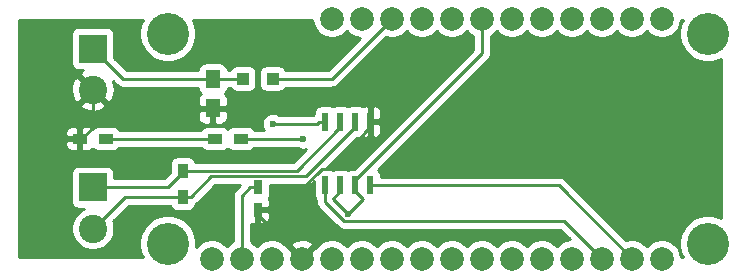
<source format=gtl>
G04 #@! TF.GenerationSoftware,KiCad,Pcbnew,(5.1.2-1)-1*
G04 #@! TF.CreationDate,2019-08-29T10:38:32+12:00*
G04 #@! TF.ProjectId,ModbusRTUFeather,4d6f6462-7573-4525-9455-466561746865,rev?*
G04 #@! TF.SameCoordinates,Original*
G04 #@! TF.FileFunction,Copper,L1,Top*
G04 #@! TF.FilePolarity,Positive*
%FSLAX46Y46*%
G04 Gerber Fmt 4.6, Leading zero omitted, Abs format (unit mm)*
G04 Created by KiCad (PCBNEW (5.1.2-1)-1) date 2019-08-29 10:38:32*
%MOMM*%
%LPD*%
G04 APERTURE LIST*
%ADD10C,2.000000*%
%ADD11C,3.556000*%
%ADD12R,0.750000X1.200000*%
%ADD13R,1.250000X1.500000*%
%ADD14R,1.000000X1.000000*%
%ADD15R,1.200000X0.900000*%
%ADD16R,0.900000X1.200000*%
%ADD17R,0.600000X1.550000*%
%ADD18C,2.400000*%
%ADD19R,2.400000X2.400000*%
%ADD20C,0.600000*%
%ADD21C,0.250000*%
%ADD22C,0.254000*%
G04 APERTURE END LIST*
D10*
X129451100Y-114300000D03*
X131991100Y-114300000D03*
X134531100Y-114300000D03*
X137071100Y-114300000D03*
X139611100Y-114300000D03*
X142151100Y-114300000D03*
X144691100Y-114300000D03*
X147231100Y-114300000D03*
X149771100Y-114300000D03*
X152311100Y-114300000D03*
X154851100Y-114300000D03*
X157391100Y-114300000D03*
X159931100Y-114300000D03*
X162471100Y-114300000D03*
X165011100Y-114300000D03*
X167551100Y-114300000D03*
X167551100Y-93980000D03*
X165011100Y-93980000D03*
X162471100Y-93980000D03*
X159931100Y-93980000D03*
X157391100Y-93980000D03*
X154851100Y-93980000D03*
X152311100Y-93980000D03*
X149771100Y-93980000D03*
X147231100Y-93980000D03*
X144691100Y-93980000D03*
X142151100Y-93980000D03*
X139611100Y-93980000D03*
D11*
X171450000Y-113030000D03*
X125730000Y-113030000D03*
X171450000Y-95250000D03*
X125730000Y-95250000D03*
D12*
X133350000Y-108270000D03*
X133350000Y-110170000D03*
D13*
X129540000Y-101580000D03*
X129540000Y-99080000D03*
D14*
X134600000Y-99060000D03*
X132100000Y-99060000D03*
D15*
X118280000Y-104140000D03*
X120480000Y-104140000D03*
X131910000Y-104140000D03*
X129710000Y-104140000D03*
D16*
X127000000Y-106850000D03*
X127000000Y-109050000D03*
D17*
X139065000Y-108110000D03*
X140335000Y-108110000D03*
X141605000Y-108110000D03*
X142875000Y-108110000D03*
X142875000Y-102710000D03*
X141605000Y-102710000D03*
X140335000Y-102710000D03*
X139065000Y-102710000D03*
D18*
X119380000Y-100020000D03*
D19*
X119380000Y-96520000D03*
D18*
X119380000Y-111760000D03*
D19*
X119380000Y-108260000D03*
D20*
X134620000Y-102870000D03*
X152400000Y-101600000D03*
X135890000Y-101600000D03*
X137160000Y-104140000D03*
X140970000Y-110490000D03*
D21*
X138355000Y-102870000D02*
X134620000Y-102870000D01*
X139065000Y-102710000D02*
X138515000Y-102710000D01*
X138515000Y-102710000D02*
X138355000Y-102870000D01*
X131991100Y-114300000D02*
X131991100Y-109003900D01*
X131991100Y-109003900D02*
X132725000Y-108270000D01*
X132725000Y-108270000D02*
X133350000Y-108270000D01*
X132080000Y-101600000D02*
X135890000Y-101600000D01*
X132060000Y-101580000D02*
X132080000Y-101600000D01*
X129540000Y-101580000D02*
X132060000Y-101580000D01*
X139380000Y-106680000D02*
X142875000Y-103185000D01*
X138746410Y-106680000D02*
X139380000Y-106680000D01*
X135256410Y-110170000D02*
X138746410Y-106680000D01*
X142875000Y-103185000D02*
X142875000Y-102710000D01*
X133350000Y-110170000D02*
X135256410Y-110170000D01*
X137071100Y-114300000D02*
X133350000Y-110578900D01*
X133350000Y-110578900D02*
X133350000Y-110170000D01*
X119380000Y-100020000D02*
X119380000Y-103190000D01*
X119380000Y-103190000D02*
X118430000Y-104140000D01*
X118430000Y-104140000D02*
X118280000Y-104140000D01*
X119380000Y-100020000D02*
X120940000Y-101580000D01*
X120940000Y-101580000D02*
X129540000Y-101580000D01*
X144691100Y-93980000D02*
X139611100Y-99060000D01*
X139611100Y-99060000D02*
X134600000Y-99060000D01*
X129540000Y-99080000D02*
X121940000Y-99080000D01*
X121940000Y-99080000D02*
X119380000Y-96520000D01*
X132100000Y-99060000D02*
X129560000Y-99060000D01*
X129560000Y-99060000D02*
X129540000Y-99080000D01*
X120480000Y-104140000D02*
X129710000Y-104140000D01*
X140335000Y-102710000D02*
X140335000Y-103185000D01*
X140335000Y-103185000D02*
X136670000Y-106850000D01*
X136670000Y-106850000D02*
X127700000Y-106850000D01*
X127700000Y-106850000D02*
X127000000Y-106850000D01*
X119380000Y-108260000D02*
X125740000Y-108260000D01*
X125740000Y-108260000D02*
X127000000Y-107000000D01*
X127000000Y-107000000D02*
X127000000Y-106850000D01*
X141605000Y-102710000D02*
X141605000Y-103185000D01*
X141605000Y-103185000D02*
X137445001Y-107344999D01*
X137445001Y-107344999D02*
X129405001Y-107344999D01*
X129405001Y-107344999D02*
X127700000Y-109050000D01*
X127700000Y-109050000D02*
X127000000Y-109050000D01*
X119380000Y-111760000D02*
X122090000Y-109050000D01*
X122090000Y-109050000D02*
X127000000Y-109050000D01*
X137160000Y-104140000D02*
X131910000Y-104140000D01*
X141605000Y-107635000D02*
X152311100Y-96928900D01*
X141605000Y-108110000D02*
X141605000Y-107635000D01*
X152311100Y-96928900D02*
X152311100Y-95394213D01*
X152311100Y-95394213D02*
X152311100Y-93980000D01*
X142240000Y-109220000D02*
X141605000Y-108585000D01*
X141605000Y-108585000D02*
X141605000Y-108110000D01*
X140970000Y-110490000D02*
X142240000Y-109220000D01*
X139700000Y-109220000D02*
X140970000Y-110490000D01*
X140335000Y-108585000D02*
X139700000Y-109220000D01*
X140335000Y-108110000D02*
X140335000Y-108585000D01*
X161471101Y-113300001D02*
X162471100Y-114300000D01*
X159286101Y-111115001D02*
X161471101Y-113300001D01*
X140669999Y-111115001D02*
X159286101Y-111115001D01*
X139065000Y-109510002D02*
X140669999Y-111115001D01*
X139065000Y-108110000D02*
X139065000Y-109510002D01*
X142875000Y-108110000D02*
X158821100Y-108110000D01*
X158821100Y-108110000D02*
X165011100Y-114300000D01*
D22*
G36*
X169311628Y-94107016D02*
G01*
X169129731Y-94546154D01*
X169037000Y-95012340D01*
X169037000Y-95487660D01*
X169129731Y-95953846D01*
X169311628Y-96392984D01*
X169575701Y-96788198D01*
X169911802Y-97124299D01*
X170307016Y-97388372D01*
X170746154Y-97570269D01*
X171212340Y-97663000D01*
X171687660Y-97663000D01*
X172153846Y-97570269D01*
X172592984Y-97388372D01*
X172593000Y-97388361D01*
X172593000Y-110891639D01*
X172592984Y-110891628D01*
X172153846Y-110709731D01*
X171687660Y-110617000D01*
X171212340Y-110617000D01*
X170746154Y-110709731D01*
X170307016Y-110891628D01*
X169911802Y-111155701D01*
X169575701Y-111491802D01*
X169311628Y-111887016D01*
X169129731Y-112326154D01*
X169037000Y-112792340D01*
X169037000Y-113267660D01*
X169129731Y-113733846D01*
X169311628Y-114172984D01*
X169311639Y-114173000D01*
X169186100Y-114173000D01*
X169186100Y-114138967D01*
X169123268Y-113823088D01*
X169000018Y-113525537D01*
X168821087Y-113257748D01*
X168593352Y-113030013D01*
X168325563Y-112851082D01*
X168028012Y-112727832D01*
X167712133Y-112665000D01*
X167390067Y-112665000D01*
X167074188Y-112727832D01*
X166776637Y-112851082D01*
X166508848Y-113030013D01*
X166281113Y-113257748D01*
X166281100Y-113257767D01*
X166281087Y-113257748D01*
X166053352Y-113030013D01*
X165785563Y-112851082D01*
X165488012Y-112727832D01*
X165172133Y-112665000D01*
X164850067Y-112665000D01*
X164534188Y-112727832D01*
X164519725Y-112733823D01*
X159384903Y-107599002D01*
X159361101Y-107569999D01*
X159245376Y-107475026D01*
X159113347Y-107404454D01*
X158970086Y-107360997D01*
X158858433Y-107350000D01*
X158858422Y-107350000D01*
X158821100Y-107346324D01*
X158783778Y-107350000D01*
X143813072Y-107350000D01*
X143813072Y-107335000D01*
X143800812Y-107210518D01*
X143764502Y-107090820D01*
X143705537Y-106980506D01*
X143626185Y-106883815D01*
X143529494Y-106804463D01*
X143517011Y-106797790D01*
X152822104Y-97492698D01*
X152851101Y-97468901D01*
X152946074Y-97353176D01*
X153016646Y-97221147D01*
X153060103Y-97077886D01*
X153071100Y-96966233D01*
X153071100Y-96966223D01*
X153074776Y-96928900D01*
X153071100Y-96891577D01*
X153071100Y-95434909D01*
X153085563Y-95428918D01*
X153353352Y-95249987D01*
X153581087Y-95022252D01*
X153581100Y-95022233D01*
X153581113Y-95022252D01*
X153808848Y-95249987D01*
X154076637Y-95428918D01*
X154374188Y-95552168D01*
X154690067Y-95615000D01*
X155012133Y-95615000D01*
X155328012Y-95552168D01*
X155625563Y-95428918D01*
X155893352Y-95249987D01*
X156121087Y-95022252D01*
X156121100Y-95022233D01*
X156121113Y-95022252D01*
X156348848Y-95249987D01*
X156616637Y-95428918D01*
X156914188Y-95552168D01*
X157230067Y-95615000D01*
X157552133Y-95615000D01*
X157868012Y-95552168D01*
X158165563Y-95428918D01*
X158433352Y-95249987D01*
X158661087Y-95022252D01*
X158661100Y-95022233D01*
X158661113Y-95022252D01*
X158888848Y-95249987D01*
X159156637Y-95428918D01*
X159454188Y-95552168D01*
X159770067Y-95615000D01*
X160092133Y-95615000D01*
X160408012Y-95552168D01*
X160705563Y-95428918D01*
X160973352Y-95249987D01*
X161201087Y-95022252D01*
X161201100Y-95022233D01*
X161201113Y-95022252D01*
X161428848Y-95249987D01*
X161696637Y-95428918D01*
X161994188Y-95552168D01*
X162310067Y-95615000D01*
X162632133Y-95615000D01*
X162948012Y-95552168D01*
X163245563Y-95428918D01*
X163513352Y-95249987D01*
X163741087Y-95022252D01*
X163741100Y-95022233D01*
X163741113Y-95022252D01*
X163968848Y-95249987D01*
X164236637Y-95428918D01*
X164534188Y-95552168D01*
X164850067Y-95615000D01*
X165172133Y-95615000D01*
X165488012Y-95552168D01*
X165785563Y-95428918D01*
X166053352Y-95249987D01*
X166281087Y-95022252D01*
X166281100Y-95022233D01*
X166281113Y-95022252D01*
X166508848Y-95249987D01*
X166776637Y-95428918D01*
X167074188Y-95552168D01*
X167390067Y-95615000D01*
X167712133Y-95615000D01*
X168028012Y-95552168D01*
X168325563Y-95428918D01*
X168593352Y-95249987D01*
X168821087Y-95022252D01*
X169000018Y-94754463D01*
X169123268Y-94456912D01*
X169186100Y-94141033D01*
X169186100Y-94107000D01*
X169311639Y-94107000D01*
X169311628Y-94107016D01*
X169311628Y-94107016D01*
G37*
X169311628Y-94107016D02*
X169129731Y-94546154D01*
X169037000Y-95012340D01*
X169037000Y-95487660D01*
X169129731Y-95953846D01*
X169311628Y-96392984D01*
X169575701Y-96788198D01*
X169911802Y-97124299D01*
X170307016Y-97388372D01*
X170746154Y-97570269D01*
X171212340Y-97663000D01*
X171687660Y-97663000D01*
X172153846Y-97570269D01*
X172592984Y-97388372D01*
X172593000Y-97388361D01*
X172593000Y-110891639D01*
X172592984Y-110891628D01*
X172153846Y-110709731D01*
X171687660Y-110617000D01*
X171212340Y-110617000D01*
X170746154Y-110709731D01*
X170307016Y-110891628D01*
X169911802Y-111155701D01*
X169575701Y-111491802D01*
X169311628Y-111887016D01*
X169129731Y-112326154D01*
X169037000Y-112792340D01*
X169037000Y-113267660D01*
X169129731Y-113733846D01*
X169311628Y-114172984D01*
X169311639Y-114173000D01*
X169186100Y-114173000D01*
X169186100Y-114138967D01*
X169123268Y-113823088D01*
X169000018Y-113525537D01*
X168821087Y-113257748D01*
X168593352Y-113030013D01*
X168325563Y-112851082D01*
X168028012Y-112727832D01*
X167712133Y-112665000D01*
X167390067Y-112665000D01*
X167074188Y-112727832D01*
X166776637Y-112851082D01*
X166508848Y-113030013D01*
X166281113Y-113257748D01*
X166281100Y-113257767D01*
X166281087Y-113257748D01*
X166053352Y-113030013D01*
X165785563Y-112851082D01*
X165488012Y-112727832D01*
X165172133Y-112665000D01*
X164850067Y-112665000D01*
X164534188Y-112727832D01*
X164519725Y-112733823D01*
X159384903Y-107599002D01*
X159361101Y-107569999D01*
X159245376Y-107475026D01*
X159113347Y-107404454D01*
X158970086Y-107360997D01*
X158858433Y-107350000D01*
X158858422Y-107350000D01*
X158821100Y-107346324D01*
X158783778Y-107350000D01*
X143813072Y-107350000D01*
X143813072Y-107335000D01*
X143800812Y-107210518D01*
X143764502Y-107090820D01*
X143705537Y-106980506D01*
X143626185Y-106883815D01*
X143529494Y-106804463D01*
X143517011Y-106797790D01*
X152822104Y-97492698D01*
X152851101Y-97468901D01*
X152946074Y-97353176D01*
X153016646Y-97221147D01*
X153060103Y-97077886D01*
X153071100Y-96966233D01*
X153071100Y-96966223D01*
X153074776Y-96928900D01*
X153071100Y-96891577D01*
X153071100Y-95434909D01*
X153085563Y-95428918D01*
X153353352Y-95249987D01*
X153581087Y-95022252D01*
X153581100Y-95022233D01*
X153581113Y-95022252D01*
X153808848Y-95249987D01*
X154076637Y-95428918D01*
X154374188Y-95552168D01*
X154690067Y-95615000D01*
X155012133Y-95615000D01*
X155328012Y-95552168D01*
X155625563Y-95428918D01*
X155893352Y-95249987D01*
X156121087Y-95022252D01*
X156121100Y-95022233D01*
X156121113Y-95022252D01*
X156348848Y-95249987D01*
X156616637Y-95428918D01*
X156914188Y-95552168D01*
X157230067Y-95615000D01*
X157552133Y-95615000D01*
X157868012Y-95552168D01*
X158165563Y-95428918D01*
X158433352Y-95249987D01*
X158661087Y-95022252D01*
X158661100Y-95022233D01*
X158661113Y-95022252D01*
X158888848Y-95249987D01*
X159156637Y-95428918D01*
X159454188Y-95552168D01*
X159770067Y-95615000D01*
X160092133Y-95615000D01*
X160408012Y-95552168D01*
X160705563Y-95428918D01*
X160973352Y-95249987D01*
X161201087Y-95022252D01*
X161201100Y-95022233D01*
X161201113Y-95022252D01*
X161428848Y-95249987D01*
X161696637Y-95428918D01*
X161994188Y-95552168D01*
X162310067Y-95615000D01*
X162632133Y-95615000D01*
X162948012Y-95552168D01*
X163245563Y-95428918D01*
X163513352Y-95249987D01*
X163741087Y-95022252D01*
X163741100Y-95022233D01*
X163741113Y-95022252D01*
X163968848Y-95249987D01*
X164236637Y-95428918D01*
X164534188Y-95552168D01*
X164850067Y-95615000D01*
X165172133Y-95615000D01*
X165488012Y-95552168D01*
X165785563Y-95428918D01*
X166053352Y-95249987D01*
X166281087Y-95022252D01*
X166281100Y-95022233D01*
X166281113Y-95022252D01*
X166508848Y-95249987D01*
X166776637Y-95428918D01*
X167074188Y-95552168D01*
X167390067Y-95615000D01*
X167712133Y-95615000D01*
X168028012Y-95552168D01*
X168325563Y-95428918D01*
X168593352Y-95249987D01*
X168821087Y-95022252D01*
X169000018Y-94754463D01*
X169123268Y-94456912D01*
X169186100Y-94141033D01*
X169186100Y-94107000D01*
X169311639Y-94107000D01*
X169311628Y-94107016D01*
G36*
X138126928Y-108885000D02*
G01*
X138139188Y-109009482D01*
X138175498Y-109129180D01*
X138234463Y-109239494D01*
X138305001Y-109325445D01*
X138305001Y-109472670D01*
X138301324Y-109510002D01*
X138315998Y-109658987D01*
X138359454Y-109802248D01*
X138430026Y-109934278D01*
X138501201Y-110021004D01*
X138525000Y-110050003D01*
X138553998Y-110073801D01*
X140106199Y-111626003D01*
X140129998Y-111655002D01*
X140245723Y-111749975D01*
X140377752Y-111820547D01*
X140521013Y-111864004D01*
X140632666Y-111875001D01*
X140632675Y-111875001D01*
X140669998Y-111878677D01*
X140707321Y-111875001D01*
X158971300Y-111875001D01*
X159762753Y-112666455D01*
X159454188Y-112727832D01*
X159156637Y-112851082D01*
X158888848Y-113030013D01*
X158661113Y-113257748D01*
X158661100Y-113257767D01*
X158661087Y-113257748D01*
X158433352Y-113030013D01*
X158165563Y-112851082D01*
X157868012Y-112727832D01*
X157552133Y-112665000D01*
X157230067Y-112665000D01*
X156914188Y-112727832D01*
X156616637Y-112851082D01*
X156348848Y-113030013D01*
X156121113Y-113257748D01*
X156121100Y-113257767D01*
X156121087Y-113257748D01*
X155893352Y-113030013D01*
X155625563Y-112851082D01*
X155328012Y-112727832D01*
X155012133Y-112665000D01*
X154690067Y-112665000D01*
X154374188Y-112727832D01*
X154076637Y-112851082D01*
X153808848Y-113030013D01*
X153581113Y-113257748D01*
X153581100Y-113257767D01*
X153581087Y-113257748D01*
X153353352Y-113030013D01*
X153085563Y-112851082D01*
X152788012Y-112727832D01*
X152472133Y-112665000D01*
X152150067Y-112665000D01*
X151834188Y-112727832D01*
X151536637Y-112851082D01*
X151268848Y-113030013D01*
X151041113Y-113257748D01*
X151041100Y-113257767D01*
X151041087Y-113257748D01*
X150813352Y-113030013D01*
X150545563Y-112851082D01*
X150248012Y-112727832D01*
X149932133Y-112665000D01*
X149610067Y-112665000D01*
X149294188Y-112727832D01*
X148996637Y-112851082D01*
X148728848Y-113030013D01*
X148501113Y-113257748D01*
X148501100Y-113257767D01*
X148501087Y-113257748D01*
X148273352Y-113030013D01*
X148005563Y-112851082D01*
X147708012Y-112727832D01*
X147392133Y-112665000D01*
X147070067Y-112665000D01*
X146754188Y-112727832D01*
X146456637Y-112851082D01*
X146188848Y-113030013D01*
X145961113Y-113257748D01*
X145961100Y-113257767D01*
X145961087Y-113257748D01*
X145733352Y-113030013D01*
X145465563Y-112851082D01*
X145168012Y-112727832D01*
X144852133Y-112665000D01*
X144530067Y-112665000D01*
X144214188Y-112727832D01*
X143916637Y-112851082D01*
X143648848Y-113030013D01*
X143421113Y-113257748D01*
X143421100Y-113257767D01*
X143421087Y-113257748D01*
X143193352Y-113030013D01*
X142925563Y-112851082D01*
X142628012Y-112727832D01*
X142312133Y-112665000D01*
X141990067Y-112665000D01*
X141674188Y-112727832D01*
X141376637Y-112851082D01*
X141108848Y-113030013D01*
X140881113Y-113257748D01*
X140881100Y-113257767D01*
X140881087Y-113257748D01*
X140653352Y-113030013D01*
X140385563Y-112851082D01*
X140088012Y-112727832D01*
X139772133Y-112665000D01*
X139450067Y-112665000D01*
X139134188Y-112727832D01*
X138836637Y-112851082D01*
X138568848Y-113030013D01*
X138341113Y-113257748D01*
X138268380Y-113366600D01*
X138206513Y-113344192D01*
X137377705Y-114173000D01*
X136764495Y-114173000D01*
X135935687Y-113344192D01*
X135873820Y-113366600D01*
X135801087Y-113257748D01*
X135707926Y-113164587D01*
X136115292Y-113164587D01*
X137071100Y-114120395D01*
X138026908Y-113164587D01*
X137931144Y-112900186D01*
X137641529Y-112759296D01*
X137329992Y-112677616D01*
X137008505Y-112658282D01*
X136689425Y-112702039D01*
X136385012Y-112807205D01*
X136211056Y-112900186D01*
X136115292Y-113164587D01*
X135707926Y-113164587D01*
X135573352Y-113030013D01*
X135305563Y-112851082D01*
X135008012Y-112727832D01*
X134692133Y-112665000D01*
X134370067Y-112665000D01*
X134054188Y-112727832D01*
X133756637Y-112851082D01*
X133488848Y-113030013D01*
X133261113Y-113257748D01*
X133261100Y-113257767D01*
X133261087Y-113257748D01*
X133033352Y-113030013D01*
X132765563Y-112851082D01*
X132751100Y-112845091D01*
X132751100Y-111365654D01*
X132850518Y-111395812D01*
X132975000Y-111408072D01*
X133064250Y-111405000D01*
X133223000Y-111246250D01*
X133223000Y-110297000D01*
X133477000Y-110297000D01*
X133477000Y-111246250D01*
X133635750Y-111405000D01*
X133725000Y-111408072D01*
X133849482Y-111395812D01*
X133969180Y-111359502D01*
X134079494Y-111300537D01*
X134176185Y-111221185D01*
X134255537Y-111124494D01*
X134314502Y-111014180D01*
X134350812Y-110894482D01*
X134363072Y-110770000D01*
X134360000Y-110455750D01*
X134201250Y-110297000D01*
X133477000Y-110297000D01*
X133223000Y-110297000D01*
X133203000Y-110297000D01*
X133203000Y-110043000D01*
X133223000Y-110043000D01*
X133223000Y-110023000D01*
X133477000Y-110023000D01*
X133477000Y-110043000D01*
X134201250Y-110043000D01*
X134360000Y-109884250D01*
X134363072Y-109570000D01*
X134350812Y-109445518D01*
X134314502Y-109325820D01*
X134257939Y-109220000D01*
X134314502Y-109114180D01*
X134350812Y-108994482D01*
X134363072Y-108870000D01*
X134363072Y-108104999D01*
X137407679Y-108104999D01*
X137445001Y-108108675D01*
X137482323Y-108104999D01*
X137482334Y-108104999D01*
X137593987Y-108094002D01*
X137737248Y-108050545D01*
X137869277Y-107979973D01*
X137985002Y-107885000D01*
X138008805Y-107855996D01*
X138126928Y-107737873D01*
X138126928Y-108885000D01*
X138126928Y-108885000D01*
G37*
X138126928Y-108885000D02*
X138139188Y-109009482D01*
X138175498Y-109129180D01*
X138234463Y-109239494D01*
X138305001Y-109325445D01*
X138305001Y-109472670D01*
X138301324Y-109510002D01*
X138315998Y-109658987D01*
X138359454Y-109802248D01*
X138430026Y-109934278D01*
X138501201Y-110021004D01*
X138525000Y-110050003D01*
X138553998Y-110073801D01*
X140106199Y-111626003D01*
X140129998Y-111655002D01*
X140245723Y-111749975D01*
X140377752Y-111820547D01*
X140521013Y-111864004D01*
X140632666Y-111875001D01*
X140632675Y-111875001D01*
X140669998Y-111878677D01*
X140707321Y-111875001D01*
X158971300Y-111875001D01*
X159762753Y-112666455D01*
X159454188Y-112727832D01*
X159156637Y-112851082D01*
X158888848Y-113030013D01*
X158661113Y-113257748D01*
X158661100Y-113257767D01*
X158661087Y-113257748D01*
X158433352Y-113030013D01*
X158165563Y-112851082D01*
X157868012Y-112727832D01*
X157552133Y-112665000D01*
X157230067Y-112665000D01*
X156914188Y-112727832D01*
X156616637Y-112851082D01*
X156348848Y-113030013D01*
X156121113Y-113257748D01*
X156121100Y-113257767D01*
X156121087Y-113257748D01*
X155893352Y-113030013D01*
X155625563Y-112851082D01*
X155328012Y-112727832D01*
X155012133Y-112665000D01*
X154690067Y-112665000D01*
X154374188Y-112727832D01*
X154076637Y-112851082D01*
X153808848Y-113030013D01*
X153581113Y-113257748D01*
X153581100Y-113257767D01*
X153581087Y-113257748D01*
X153353352Y-113030013D01*
X153085563Y-112851082D01*
X152788012Y-112727832D01*
X152472133Y-112665000D01*
X152150067Y-112665000D01*
X151834188Y-112727832D01*
X151536637Y-112851082D01*
X151268848Y-113030013D01*
X151041113Y-113257748D01*
X151041100Y-113257767D01*
X151041087Y-113257748D01*
X150813352Y-113030013D01*
X150545563Y-112851082D01*
X150248012Y-112727832D01*
X149932133Y-112665000D01*
X149610067Y-112665000D01*
X149294188Y-112727832D01*
X148996637Y-112851082D01*
X148728848Y-113030013D01*
X148501113Y-113257748D01*
X148501100Y-113257767D01*
X148501087Y-113257748D01*
X148273352Y-113030013D01*
X148005563Y-112851082D01*
X147708012Y-112727832D01*
X147392133Y-112665000D01*
X147070067Y-112665000D01*
X146754188Y-112727832D01*
X146456637Y-112851082D01*
X146188848Y-113030013D01*
X145961113Y-113257748D01*
X145961100Y-113257767D01*
X145961087Y-113257748D01*
X145733352Y-113030013D01*
X145465563Y-112851082D01*
X145168012Y-112727832D01*
X144852133Y-112665000D01*
X144530067Y-112665000D01*
X144214188Y-112727832D01*
X143916637Y-112851082D01*
X143648848Y-113030013D01*
X143421113Y-113257748D01*
X143421100Y-113257767D01*
X143421087Y-113257748D01*
X143193352Y-113030013D01*
X142925563Y-112851082D01*
X142628012Y-112727832D01*
X142312133Y-112665000D01*
X141990067Y-112665000D01*
X141674188Y-112727832D01*
X141376637Y-112851082D01*
X141108848Y-113030013D01*
X140881113Y-113257748D01*
X140881100Y-113257767D01*
X140881087Y-113257748D01*
X140653352Y-113030013D01*
X140385563Y-112851082D01*
X140088012Y-112727832D01*
X139772133Y-112665000D01*
X139450067Y-112665000D01*
X139134188Y-112727832D01*
X138836637Y-112851082D01*
X138568848Y-113030013D01*
X138341113Y-113257748D01*
X138268380Y-113366600D01*
X138206513Y-113344192D01*
X137377705Y-114173000D01*
X136764495Y-114173000D01*
X135935687Y-113344192D01*
X135873820Y-113366600D01*
X135801087Y-113257748D01*
X135707926Y-113164587D01*
X136115292Y-113164587D01*
X137071100Y-114120395D01*
X138026908Y-113164587D01*
X137931144Y-112900186D01*
X137641529Y-112759296D01*
X137329992Y-112677616D01*
X137008505Y-112658282D01*
X136689425Y-112702039D01*
X136385012Y-112807205D01*
X136211056Y-112900186D01*
X136115292Y-113164587D01*
X135707926Y-113164587D01*
X135573352Y-113030013D01*
X135305563Y-112851082D01*
X135008012Y-112727832D01*
X134692133Y-112665000D01*
X134370067Y-112665000D01*
X134054188Y-112727832D01*
X133756637Y-112851082D01*
X133488848Y-113030013D01*
X133261113Y-113257748D01*
X133261100Y-113257767D01*
X133261087Y-113257748D01*
X133033352Y-113030013D01*
X132765563Y-112851082D01*
X132751100Y-112845091D01*
X132751100Y-111365654D01*
X132850518Y-111395812D01*
X132975000Y-111408072D01*
X133064250Y-111405000D01*
X133223000Y-111246250D01*
X133223000Y-110297000D01*
X133477000Y-110297000D01*
X133477000Y-111246250D01*
X133635750Y-111405000D01*
X133725000Y-111408072D01*
X133849482Y-111395812D01*
X133969180Y-111359502D01*
X134079494Y-111300537D01*
X134176185Y-111221185D01*
X134255537Y-111124494D01*
X134314502Y-111014180D01*
X134350812Y-110894482D01*
X134363072Y-110770000D01*
X134360000Y-110455750D01*
X134201250Y-110297000D01*
X133477000Y-110297000D01*
X133223000Y-110297000D01*
X133203000Y-110297000D01*
X133203000Y-110043000D01*
X133223000Y-110043000D01*
X133223000Y-110023000D01*
X133477000Y-110023000D01*
X133477000Y-110043000D01*
X134201250Y-110043000D01*
X134360000Y-109884250D01*
X134363072Y-109570000D01*
X134350812Y-109445518D01*
X134314502Y-109325820D01*
X134257939Y-109220000D01*
X134314502Y-109114180D01*
X134350812Y-108994482D01*
X134363072Y-108870000D01*
X134363072Y-108104999D01*
X137407679Y-108104999D01*
X137445001Y-108108675D01*
X137482323Y-108104999D01*
X137482334Y-108104999D01*
X137593987Y-108094002D01*
X137737248Y-108050545D01*
X137869277Y-107979973D01*
X137985002Y-107885000D01*
X138008805Y-107855996D01*
X138126928Y-107737873D01*
X138126928Y-108885000D01*
G36*
X123591628Y-94107016D02*
G01*
X123409731Y-94546154D01*
X123317000Y-95012340D01*
X123317000Y-95487660D01*
X123409731Y-95953846D01*
X123591628Y-96392984D01*
X123855701Y-96788198D01*
X124191802Y-97124299D01*
X124587016Y-97388372D01*
X125026154Y-97570269D01*
X125492340Y-97663000D01*
X125967660Y-97663000D01*
X126433846Y-97570269D01*
X126872984Y-97388372D01*
X127268198Y-97124299D01*
X127604299Y-96788198D01*
X127868372Y-96392984D01*
X128050269Y-95953846D01*
X128143000Y-95487660D01*
X128143000Y-95012340D01*
X128050269Y-94546154D01*
X127868372Y-94107016D01*
X127868361Y-94107000D01*
X137976100Y-94107000D01*
X137976100Y-94141033D01*
X138038932Y-94456912D01*
X138162182Y-94754463D01*
X138341113Y-95022252D01*
X138568848Y-95249987D01*
X138836637Y-95428918D01*
X139134188Y-95552168D01*
X139450067Y-95615000D01*
X139772133Y-95615000D01*
X140088012Y-95552168D01*
X140385563Y-95428918D01*
X140653352Y-95249987D01*
X140881087Y-95022252D01*
X140881100Y-95022233D01*
X140881113Y-95022252D01*
X141108848Y-95249987D01*
X141376637Y-95428918D01*
X141674188Y-95552168D01*
X141982753Y-95613545D01*
X139296299Y-98300000D01*
X135681046Y-98300000D01*
X135630537Y-98205506D01*
X135551185Y-98108815D01*
X135454494Y-98029463D01*
X135344180Y-97970498D01*
X135224482Y-97934188D01*
X135100000Y-97921928D01*
X134100000Y-97921928D01*
X133975518Y-97934188D01*
X133855820Y-97970498D01*
X133745506Y-98029463D01*
X133648815Y-98108815D01*
X133569463Y-98205506D01*
X133510498Y-98315820D01*
X133474188Y-98435518D01*
X133461928Y-98560000D01*
X133461928Y-99560000D01*
X133474188Y-99684482D01*
X133510498Y-99804180D01*
X133569463Y-99914494D01*
X133648815Y-100011185D01*
X133745506Y-100090537D01*
X133855820Y-100149502D01*
X133975518Y-100185812D01*
X134100000Y-100198072D01*
X135100000Y-100198072D01*
X135224482Y-100185812D01*
X135344180Y-100149502D01*
X135454494Y-100090537D01*
X135551185Y-100011185D01*
X135630537Y-99914494D01*
X135681046Y-99820000D01*
X139573778Y-99820000D01*
X139611100Y-99823676D01*
X139648422Y-99820000D01*
X139648433Y-99820000D01*
X139760086Y-99809003D01*
X139903347Y-99765546D01*
X140035376Y-99694974D01*
X140151101Y-99600001D01*
X140174904Y-99570997D01*
X144199725Y-95546177D01*
X144214188Y-95552168D01*
X144530067Y-95615000D01*
X144852133Y-95615000D01*
X145168012Y-95552168D01*
X145465563Y-95428918D01*
X145733352Y-95249987D01*
X145961087Y-95022252D01*
X145961100Y-95022233D01*
X145961113Y-95022252D01*
X146188848Y-95249987D01*
X146456637Y-95428918D01*
X146754188Y-95552168D01*
X147070067Y-95615000D01*
X147392133Y-95615000D01*
X147708012Y-95552168D01*
X148005563Y-95428918D01*
X148273352Y-95249987D01*
X148501087Y-95022252D01*
X148501100Y-95022233D01*
X148501113Y-95022252D01*
X148728848Y-95249987D01*
X148996637Y-95428918D01*
X149294188Y-95552168D01*
X149610067Y-95615000D01*
X149932133Y-95615000D01*
X150248012Y-95552168D01*
X150545563Y-95428918D01*
X150813352Y-95249987D01*
X151041087Y-95022252D01*
X151041100Y-95022233D01*
X151041113Y-95022252D01*
X151268848Y-95249987D01*
X151536637Y-95428918D01*
X151551101Y-95434909D01*
X151551100Y-96614098D01*
X141468271Y-106696928D01*
X141305000Y-106696928D01*
X141180518Y-106709188D01*
X141060820Y-106745498D01*
X140970000Y-106794043D01*
X140879180Y-106745498D01*
X140759482Y-106709188D01*
X140635000Y-106696928D01*
X140035000Y-106696928D01*
X139910518Y-106709188D01*
X139790820Y-106745498D01*
X139700000Y-106794043D01*
X139609180Y-106745498D01*
X139489482Y-106709188D01*
X139365000Y-106696928D01*
X139167873Y-106696928D01*
X141741730Y-104123072D01*
X141905000Y-104123072D01*
X142029482Y-104110812D01*
X142149180Y-104074502D01*
X142240000Y-104025957D01*
X142330820Y-104074502D01*
X142450518Y-104110812D01*
X142575000Y-104123072D01*
X142589250Y-104120000D01*
X142748000Y-103961250D01*
X142748000Y-102837000D01*
X143002000Y-102837000D01*
X143002000Y-103961250D01*
X143160750Y-104120000D01*
X143175000Y-104123072D01*
X143299482Y-104110812D01*
X143419180Y-104074502D01*
X143529494Y-104015537D01*
X143626185Y-103936185D01*
X143705537Y-103839494D01*
X143764502Y-103729180D01*
X143800812Y-103609482D01*
X143813072Y-103485000D01*
X143810000Y-102995750D01*
X143651250Y-102837000D01*
X143002000Y-102837000D01*
X142748000Y-102837000D01*
X142728000Y-102837000D01*
X142728000Y-102583000D01*
X142748000Y-102583000D01*
X142748000Y-101458750D01*
X143002000Y-101458750D01*
X143002000Y-102583000D01*
X143651250Y-102583000D01*
X143810000Y-102424250D01*
X143813072Y-101935000D01*
X143800812Y-101810518D01*
X143764502Y-101690820D01*
X143705537Y-101580506D01*
X143626185Y-101483815D01*
X143529494Y-101404463D01*
X143419180Y-101345498D01*
X143299482Y-101309188D01*
X143175000Y-101296928D01*
X143160750Y-101300000D01*
X143002000Y-101458750D01*
X142748000Y-101458750D01*
X142589250Y-101300000D01*
X142575000Y-101296928D01*
X142450518Y-101309188D01*
X142330820Y-101345498D01*
X142240000Y-101394043D01*
X142149180Y-101345498D01*
X142029482Y-101309188D01*
X141905000Y-101296928D01*
X141305000Y-101296928D01*
X141180518Y-101309188D01*
X141060820Y-101345498D01*
X140970000Y-101394043D01*
X140879180Y-101345498D01*
X140759482Y-101309188D01*
X140635000Y-101296928D01*
X140035000Y-101296928D01*
X139910518Y-101309188D01*
X139790820Y-101345498D01*
X139700000Y-101394043D01*
X139609180Y-101345498D01*
X139489482Y-101309188D01*
X139365000Y-101296928D01*
X138765000Y-101296928D01*
X138640518Y-101309188D01*
X138520820Y-101345498D01*
X138410506Y-101404463D01*
X138313815Y-101483815D01*
X138234463Y-101580506D01*
X138175498Y-101690820D01*
X138139188Y-101810518D01*
X138126928Y-101935000D01*
X138126928Y-102055674D01*
X138090724Y-102075026D01*
X138048108Y-102110000D01*
X135165535Y-102110000D01*
X135062889Y-102041414D01*
X134892729Y-101970932D01*
X134712089Y-101935000D01*
X134527911Y-101935000D01*
X134347271Y-101970932D01*
X134177111Y-102041414D01*
X134023972Y-102143738D01*
X133893738Y-102273972D01*
X133791414Y-102427111D01*
X133720932Y-102597271D01*
X133685000Y-102777911D01*
X133685000Y-102962089D01*
X133720932Y-103142729D01*
X133791414Y-103312889D01*
X133836256Y-103380000D01*
X133064320Y-103380000D01*
X133040537Y-103335506D01*
X132961185Y-103238815D01*
X132864494Y-103159463D01*
X132754180Y-103100498D01*
X132634482Y-103064188D01*
X132510000Y-103051928D01*
X131310000Y-103051928D01*
X131185518Y-103064188D01*
X131065820Y-103100498D01*
X130955506Y-103159463D01*
X130858815Y-103238815D01*
X130810000Y-103298296D01*
X130761185Y-103238815D01*
X130664494Y-103159463D01*
X130554180Y-103100498D01*
X130434482Y-103064188D01*
X130310000Y-103051928D01*
X129110000Y-103051928D01*
X128985518Y-103064188D01*
X128865820Y-103100498D01*
X128755506Y-103159463D01*
X128658815Y-103238815D01*
X128579463Y-103335506D01*
X128555680Y-103380000D01*
X121634320Y-103380000D01*
X121610537Y-103335506D01*
X121531185Y-103238815D01*
X121434494Y-103159463D01*
X121324180Y-103100498D01*
X121204482Y-103064188D01*
X121080000Y-103051928D01*
X119880000Y-103051928D01*
X119755518Y-103064188D01*
X119635820Y-103100498D01*
X119525506Y-103159463D01*
X119428815Y-103238815D01*
X119380000Y-103298296D01*
X119331185Y-103238815D01*
X119234494Y-103159463D01*
X119124180Y-103100498D01*
X119004482Y-103064188D01*
X118880000Y-103051928D01*
X118565750Y-103055000D01*
X118407000Y-103213750D01*
X118407000Y-104013000D01*
X118427000Y-104013000D01*
X118427000Y-104267000D01*
X118407000Y-104267000D01*
X118407000Y-105066250D01*
X118565750Y-105225000D01*
X118880000Y-105228072D01*
X119004482Y-105215812D01*
X119124180Y-105179502D01*
X119234494Y-105120537D01*
X119331185Y-105041185D01*
X119380000Y-104981704D01*
X119428815Y-105041185D01*
X119525506Y-105120537D01*
X119635820Y-105179502D01*
X119755518Y-105215812D01*
X119880000Y-105228072D01*
X121080000Y-105228072D01*
X121204482Y-105215812D01*
X121324180Y-105179502D01*
X121434494Y-105120537D01*
X121531185Y-105041185D01*
X121610537Y-104944494D01*
X121634320Y-104900000D01*
X128555680Y-104900000D01*
X128579463Y-104944494D01*
X128658815Y-105041185D01*
X128755506Y-105120537D01*
X128865820Y-105179502D01*
X128985518Y-105215812D01*
X129110000Y-105228072D01*
X130310000Y-105228072D01*
X130434482Y-105215812D01*
X130554180Y-105179502D01*
X130664494Y-105120537D01*
X130761185Y-105041185D01*
X130810000Y-104981704D01*
X130858815Y-105041185D01*
X130955506Y-105120537D01*
X131065820Y-105179502D01*
X131185518Y-105215812D01*
X131310000Y-105228072D01*
X132510000Y-105228072D01*
X132634482Y-105215812D01*
X132754180Y-105179502D01*
X132864494Y-105120537D01*
X132961185Y-105041185D01*
X133040537Y-104944494D01*
X133064320Y-104900000D01*
X136614465Y-104900000D01*
X136717111Y-104968586D01*
X136887271Y-105039068D01*
X137067911Y-105075000D01*
X137252089Y-105075000D01*
X137399526Y-105045673D01*
X136355199Y-106090000D01*
X128065038Y-106090000D01*
X128039502Y-106005820D01*
X127980537Y-105895506D01*
X127901185Y-105798815D01*
X127804494Y-105719463D01*
X127694180Y-105660498D01*
X127574482Y-105624188D01*
X127450000Y-105611928D01*
X126550000Y-105611928D01*
X126425518Y-105624188D01*
X126305820Y-105660498D01*
X126195506Y-105719463D01*
X126098815Y-105798815D01*
X126019463Y-105895506D01*
X125960498Y-106005820D01*
X125924188Y-106125518D01*
X125911928Y-106250000D01*
X125911928Y-107013270D01*
X125425199Y-107500000D01*
X121218072Y-107500000D01*
X121218072Y-107060000D01*
X121205812Y-106935518D01*
X121169502Y-106815820D01*
X121110537Y-106705506D01*
X121031185Y-106608815D01*
X120934494Y-106529463D01*
X120824180Y-106470498D01*
X120704482Y-106434188D01*
X120580000Y-106421928D01*
X118180000Y-106421928D01*
X118055518Y-106434188D01*
X117935820Y-106470498D01*
X117825506Y-106529463D01*
X117728815Y-106608815D01*
X117649463Y-106705506D01*
X117590498Y-106815820D01*
X117554188Y-106935518D01*
X117541928Y-107060000D01*
X117541928Y-109460000D01*
X117554188Y-109584482D01*
X117590498Y-109704180D01*
X117649463Y-109814494D01*
X117728815Y-109911185D01*
X117825506Y-109990537D01*
X117935820Y-110049502D01*
X118055518Y-110085812D01*
X118180000Y-110098072D01*
X118597162Y-110098072D01*
X118510801Y-110133844D01*
X118210256Y-110334662D01*
X117954662Y-110590256D01*
X117753844Y-110890801D01*
X117615518Y-111224750D01*
X117545000Y-111579268D01*
X117545000Y-111940732D01*
X117615518Y-112295250D01*
X117753844Y-112629199D01*
X117954662Y-112929744D01*
X118210256Y-113185338D01*
X118510801Y-113386156D01*
X118844750Y-113524482D01*
X119199268Y-113595000D01*
X119560732Y-113595000D01*
X119915250Y-113524482D01*
X120249199Y-113386156D01*
X120549744Y-113185338D01*
X120805338Y-112929744D01*
X121006156Y-112629199D01*
X121144482Y-112295250D01*
X121215000Y-111940732D01*
X121215000Y-111579268D01*
X121144482Y-111224750D01*
X121099250Y-111115551D01*
X122404802Y-109810000D01*
X125934962Y-109810000D01*
X125960498Y-109894180D01*
X126019463Y-110004494D01*
X126098815Y-110101185D01*
X126195506Y-110180537D01*
X126305820Y-110239502D01*
X126425518Y-110275812D01*
X126550000Y-110288072D01*
X127450000Y-110288072D01*
X127574482Y-110275812D01*
X127694180Y-110239502D01*
X127804494Y-110180537D01*
X127901185Y-110101185D01*
X127980537Y-110004494D01*
X128039502Y-109894180D01*
X128075812Y-109774482D01*
X128082424Y-109707345D01*
X128124276Y-109684974D01*
X128240001Y-109590001D01*
X128263804Y-109560997D01*
X129719803Y-108104999D01*
X131815200Y-108104999D01*
X131480098Y-108440101D01*
X131451100Y-108463899D01*
X131427302Y-108492897D01*
X131427301Y-108492898D01*
X131356126Y-108579624D01*
X131285554Y-108711654D01*
X131270586Y-108761000D01*
X131242098Y-108854914D01*
X131234924Y-108927753D01*
X131227424Y-109003900D01*
X131231101Y-109041232D01*
X131231100Y-112845091D01*
X131216637Y-112851082D01*
X130948848Y-113030013D01*
X130721113Y-113257748D01*
X130721100Y-113257767D01*
X130721087Y-113257748D01*
X130493352Y-113030013D01*
X130225563Y-112851082D01*
X129928012Y-112727832D01*
X129612133Y-112665000D01*
X129290067Y-112665000D01*
X128974188Y-112727832D01*
X128676637Y-112851082D01*
X128408848Y-113030013D01*
X128181113Y-113257748D01*
X128129652Y-113334765D01*
X128143000Y-113267660D01*
X128143000Y-112792340D01*
X128050269Y-112326154D01*
X127868372Y-111887016D01*
X127604299Y-111491802D01*
X127268198Y-111155701D01*
X126872984Y-110891628D01*
X126433846Y-110709731D01*
X125967660Y-110617000D01*
X125492340Y-110617000D01*
X125026154Y-110709731D01*
X124587016Y-110891628D01*
X124191802Y-111155701D01*
X123855701Y-111491802D01*
X123591628Y-111887016D01*
X123409731Y-112326154D01*
X123317000Y-112792340D01*
X123317000Y-113267660D01*
X123409731Y-113733846D01*
X123591628Y-114172984D01*
X123591639Y-114173000D01*
X113157000Y-114173000D01*
X113157000Y-104590000D01*
X117041928Y-104590000D01*
X117054188Y-104714482D01*
X117090498Y-104834180D01*
X117149463Y-104944494D01*
X117228815Y-105041185D01*
X117325506Y-105120537D01*
X117435820Y-105179502D01*
X117555518Y-105215812D01*
X117680000Y-105228072D01*
X117994250Y-105225000D01*
X118153000Y-105066250D01*
X118153000Y-104267000D01*
X117203750Y-104267000D01*
X117045000Y-104425750D01*
X117041928Y-104590000D01*
X113157000Y-104590000D01*
X113157000Y-103690000D01*
X117041928Y-103690000D01*
X117045000Y-103854250D01*
X117203750Y-104013000D01*
X118153000Y-104013000D01*
X118153000Y-103213750D01*
X117994250Y-103055000D01*
X117680000Y-103051928D01*
X117555518Y-103064188D01*
X117435820Y-103100498D01*
X117325506Y-103159463D01*
X117228815Y-103238815D01*
X117149463Y-103335506D01*
X117090498Y-103445820D01*
X117054188Y-103565518D01*
X117041928Y-103690000D01*
X113157000Y-103690000D01*
X113157000Y-102330000D01*
X128276928Y-102330000D01*
X128289188Y-102454482D01*
X128325498Y-102574180D01*
X128384463Y-102684494D01*
X128463815Y-102781185D01*
X128560506Y-102860537D01*
X128670820Y-102919502D01*
X128790518Y-102955812D01*
X128915000Y-102968072D01*
X129254250Y-102965000D01*
X129413000Y-102806250D01*
X129413000Y-101707000D01*
X129667000Y-101707000D01*
X129667000Y-102806250D01*
X129825750Y-102965000D01*
X130165000Y-102968072D01*
X130289482Y-102955812D01*
X130409180Y-102919502D01*
X130519494Y-102860537D01*
X130616185Y-102781185D01*
X130695537Y-102684494D01*
X130754502Y-102574180D01*
X130790812Y-102454482D01*
X130803072Y-102330000D01*
X130800000Y-101865750D01*
X130641250Y-101707000D01*
X129667000Y-101707000D01*
X129413000Y-101707000D01*
X128438750Y-101707000D01*
X128280000Y-101865750D01*
X128276928Y-102330000D01*
X113157000Y-102330000D01*
X113157000Y-101297980D01*
X118281626Y-101297980D01*
X118401514Y-101582836D01*
X118725210Y-101743699D01*
X119074069Y-101838322D01*
X119434684Y-101863067D01*
X119793198Y-101816985D01*
X120135833Y-101701846D01*
X120358486Y-101582836D01*
X120478374Y-101297980D01*
X119380000Y-100199605D01*
X118281626Y-101297980D01*
X113157000Y-101297980D01*
X113157000Y-100074684D01*
X117536933Y-100074684D01*
X117583015Y-100433198D01*
X117698154Y-100775833D01*
X117817164Y-100998486D01*
X118102020Y-101118374D01*
X119200395Y-100020000D01*
X118102020Y-98921626D01*
X117817164Y-99041514D01*
X117656301Y-99365210D01*
X117561678Y-99714069D01*
X117536933Y-100074684D01*
X113157000Y-100074684D01*
X113157000Y-95320000D01*
X117541928Y-95320000D01*
X117541928Y-97720000D01*
X117554188Y-97844482D01*
X117590498Y-97964180D01*
X117649463Y-98074494D01*
X117728815Y-98171185D01*
X117825506Y-98250537D01*
X117935820Y-98309502D01*
X118055518Y-98345812D01*
X118180000Y-98358072D01*
X118586903Y-98358072D01*
X118401514Y-98457164D01*
X118281626Y-98742020D01*
X119380000Y-99840395D01*
X119394142Y-99826252D01*
X119573748Y-100005858D01*
X119559605Y-100020000D01*
X120657980Y-101118374D01*
X120942836Y-100998486D01*
X121103699Y-100674790D01*
X121198322Y-100325931D01*
X121223067Y-99965316D01*
X121176985Y-99606802D01*
X121068163Y-99282965D01*
X121376201Y-99591003D01*
X121399999Y-99620001D01*
X121515724Y-99714974D01*
X121647753Y-99785546D01*
X121791014Y-99829003D01*
X121902667Y-99840000D01*
X121902675Y-99840000D01*
X121940000Y-99843676D01*
X121977325Y-99840000D01*
X128277913Y-99840000D01*
X128289188Y-99954482D01*
X128325498Y-100074180D01*
X128384463Y-100184494D01*
X128463815Y-100281185D01*
X128523296Y-100330000D01*
X128463815Y-100378815D01*
X128384463Y-100475506D01*
X128325498Y-100585820D01*
X128289188Y-100705518D01*
X128276928Y-100830000D01*
X128280000Y-101294250D01*
X128438750Y-101453000D01*
X129413000Y-101453000D01*
X129413000Y-101433000D01*
X129667000Y-101433000D01*
X129667000Y-101453000D01*
X130641250Y-101453000D01*
X130800000Y-101294250D01*
X130803072Y-100830000D01*
X130790812Y-100705518D01*
X130754502Y-100585820D01*
X130695537Y-100475506D01*
X130616185Y-100378815D01*
X130556704Y-100330000D01*
X130616185Y-100281185D01*
X130695537Y-100184494D01*
X130754502Y-100074180D01*
X130790812Y-99954482D01*
X130803072Y-99830000D01*
X130803072Y-99820000D01*
X131018954Y-99820000D01*
X131069463Y-99914494D01*
X131148815Y-100011185D01*
X131245506Y-100090537D01*
X131355820Y-100149502D01*
X131475518Y-100185812D01*
X131600000Y-100198072D01*
X132600000Y-100198072D01*
X132724482Y-100185812D01*
X132844180Y-100149502D01*
X132954494Y-100090537D01*
X133051185Y-100011185D01*
X133130537Y-99914494D01*
X133189502Y-99804180D01*
X133225812Y-99684482D01*
X133238072Y-99560000D01*
X133238072Y-98560000D01*
X133225812Y-98435518D01*
X133189502Y-98315820D01*
X133130537Y-98205506D01*
X133051185Y-98108815D01*
X132954494Y-98029463D01*
X132844180Y-97970498D01*
X132724482Y-97934188D01*
X132600000Y-97921928D01*
X131600000Y-97921928D01*
X131475518Y-97934188D01*
X131355820Y-97970498D01*
X131245506Y-98029463D01*
X131148815Y-98108815D01*
X131069463Y-98205506D01*
X131018954Y-98300000D01*
X130800117Y-98300000D01*
X130790812Y-98205518D01*
X130754502Y-98085820D01*
X130695537Y-97975506D01*
X130616185Y-97878815D01*
X130519494Y-97799463D01*
X130409180Y-97740498D01*
X130289482Y-97704188D01*
X130165000Y-97691928D01*
X128915000Y-97691928D01*
X128790518Y-97704188D01*
X128670820Y-97740498D01*
X128560506Y-97799463D01*
X128463815Y-97878815D01*
X128384463Y-97975506D01*
X128325498Y-98085820D01*
X128289188Y-98205518D01*
X128277913Y-98320000D01*
X122254802Y-98320000D01*
X121218072Y-97283270D01*
X121218072Y-95320000D01*
X121205812Y-95195518D01*
X121169502Y-95075820D01*
X121110537Y-94965506D01*
X121031185Y-94868815D01*
X120934494Y-94789463D01*
X120824180Y-94730498D01*
X120704482Y-94694188D01*
X120580000Y-94681928D01*
X118180000Y-94681928D01*
X118055518Y-94694188D01*
X117935820Y-94730498D01*
X117825506Y-94789463D01*
X117728815Y-94868815D01*
X117649463Y-94965506D01*
X117590498Y-95075820D01*
X117554188Y-95195518D01*
X117541928Y-95320000D01*
X113157000Y-95320000D01*
X113157000Y-94107000D01*
X123591639Y-94107000D01*
X123591628Y-94107016D01*
X123591628Y-94107016D01*
G37*
X123591628Y-94107016D02*
X123409731Y-94546154D01*
X123317000Y-95012340D01*
X123317000Y-95487660D01*
X123409731Y-95953846D01*
X123591628Y-96392984D01*
X123855701Y-96788198D01*
X124191802Y-97124299D01*
X124587016Y-97388372D01*
X125026154Y-97570269D01*
X125492340Y-97663000D01*
X125967660Y-97663000D01*
X126433846Y-97570269D01*
X126872984Y-97388372D01*
X127268198Y-97124299D01*
X127604299Y-96788198D01*
X127868372Y-96392984D01*
X128050269Y-95953846D01*
X128143000Y-95487660D01*
X128143000Y-95012340D01*
X128050269Y-94546154D01*
X127868372Y-94107016D01*
X127868361Y-94107000D01*
X137976100Y-94107000D01*
X137976100Y-94141033D01*
X138038932Y-94456912D01*
X138162182Y-94754463D01*
X138341113Y-95022252D01*
X138568848Y-95249987D01*
X138836637Y-95428918D01*
X139134188Y-95552168D01*
X139450067Y-95615000D01*
X139772133Y-95615000D01*
X140088012Y-95552168D01*
X140385563Y-95428918D01*
X140653352Y-95249987D01*
X140881087Y-95022252D01*
X140881100Y-95022233D01*
X140881113Y-95022252D01*
X141108848Y-95249987D01*
X141376637Y-95428918D01*
X141674188Y-95552168D01*
X141982753Y-95613545D01*
X139296299Y-98300000D01*
X135681046Y-98300000D01*
X135630537Y-98205506D01*
X135551185Y-98108815D01*
X135454494Y-98029463D01*
X135344180Y-97970498D01*
X135224482Y-97934188D01*
X135100000Y-97921928D01*
X134100000Y-97921928D01*
X133975518Y-97934188D01*
X133855820Y-97970498D01*
X133745506Y-98029463D01*
X133648815Y-98108815D01*
X133569463Y-98205506D01*
X133510498Y-98315820D01*
X133474188Y-98435518D01*
X133461928Y-98560000D01*
X133461928Y-99560000D01*
X133474188Y-99684482D01*
X133510498Y-99804180D01*
X133569463Y-99914494D01*
X133648815Y-100011185D01*
X133745506Y-100090537D01*
X133855820Y-100149502D01*
X133975518Y-100185812D01*
X134100000Y-100198072D01*
X135100000Y-100198072D01*
X135224482Y-100185812D01*
X135344180Y-100149502D01*
X135454494Y-100090537D01*
X135551185Y-100011185D01*
X135630537Y-99914494D01*
X135681046Y-99820000D01*
X139573778Y-99820000D01*
X139611100Y-99823676D01*
X139648422Y-99820000D01*
X139648433Y-99820000D01*
X139760086Y-99809003D01*
X139903347Y-99765546D01*
X140035376Y-99694974D01*
X140151101Y-99600001D01*
X140174904Y-99570997D01*
X144199725Y-95546177D01*
X144214188Y-95552168D01*
X144530067Y-95615000D01*
X144852133Y-95615000D01*
X145168012Y-95552168D01*
X145465563Y-95428918D01*
X145733352Y-95249987D01*
X145961087Y-95022252D01*
X145961100Y-95022233D01*
X145961113Y-95022252D01*
X146188848Y-95249987D01*
X146456637Y-95428918D01*
X146754188Y-95552168D01*
X147070067Y-95615000D01*
X147392133Y-95615000D01*
X147708012Y-95552168D01*
X148005563Y-95428918D01*
X148273352Y-95249987D01*
X148501087Y-95022252D01*
X148501100Y-95022233D01*
X148501113Y-95022252D01*
X148728848Y-95249987D01*
X148996637Y-95428918D01*
X149294188Y-95552168D01*
X149610067Y-95615000D01*
X149932133Y-95615000D01*
X150248012Y-95552168D01*
X150545563Y-95428918D01*
X150813352Y-95249987D01*
X151041087Y-95022252D01*
X151041100Y-95022233D01*
X151041113Y-95022252D01*
X151268848Y-95249987D01*
X151536637Y-95428918D01*
X151551101Y-95434909D01*
X151551100Y-96614098D01*
X141468271Y-106696928D01*
X141305000Y-106696928D01*
X141180518Y-106709188D01*
X141060820Y-106745498D01*
X140970000Y-106794043D01*
X140879180Y-106745498D01*
X140759482Y-106709188D01*
X140635000Y-106696928D01*
X140035000Y-106696928D01*
X139910518Y-106709188D01*
X139790820Y-106745498D01*
X139700000Y-106794043D01*
X139609180Y-106745498D01*
X139489482Y-106709188D01*
X139365000Y-106696928D01*
X139167873Y-106696928D01*
X141741730Y-104123072D01*
X141905000Y-104123072D01*
X142029482Y-104110812D01*
X142149180Y-104074502D01*
X142240000Y-104025957D01*
X142330820Y-104074502D01*
X142450518Y-104110812D01*
X142575000Y-104123072D01*
X142589250Y-104120000D01*
X142748000Y-103961250D01*
X142748000Y-102837000D01*
X143002000Y-102837000D01*
X143002000Y-103961250D01*
X143160750Y-104120000D01*
X143175000Y-104123072D01*
X143299482Y-104110812D01*
X143419180Y-104074502D01*
X143529494Y-104015537D01*
X143626185Y-103936185D01*
X143705537Y-103839494D01*
X143764502Y-103729180D01*
X143800812Y-103609482D01*
X143813072Y-103485000D01*
X143810000Y-102995750D01*
X143651250Y-102837000D01*
X143002000Y-102837000D01*
X142748000Y-102837000D01*
X142728000Y-102837000D01*
X142728000Y-102583000D01*
X142748000Y-102583000D01*
X142748000Y-101458750D01*
X143002000Y-101458750D01*
X143002000Y-102583000D01*
X143651250Y-102583000D01*
X143810000Y-102424250D01*
X143813072Y-101935000D01*
X143800812Y-101810518D01*
X143764502Y-101690820D01*
X143705537Y-101580506D01*
X143626185Y-101483815D01*
X143529494Y-101404463D01*
X143419180Y-101345498D01*
X143299482Y-101309188D01*
X143175000Y-101296928D01*
X143160750Y-101300000D01*
X143002000Y-101458750D01*
X142748000Y-101458750D01*
X142589250Y-101300000D01*
X142575000Y-101296928D01*
X142450518Y-101309188D01*
X142330820Y-101345498D01*
X142240000Y-101394043D01*
X142149180Y-101345498D01*
X142029482Y-101309188D01*
X141905000Y-101296928D01*
X141305000Y-101296928D01*
X141180518Y-101309188D01*
X141060820Y-101345498D01*
X140970000Y-101394043D01*
X140879180Y-101345498D01*
X140759482Y-101309188D01*
X140635000Y-101296928D01*
X140035000Y-101296928D01*
X139910518Y-101309188D01*
X139790820Y-101345498D01*
X139700000Y-101394043D01*
X139609180Y-101345498D01*
X139489482Y-101309188D01*
X139365000Y-101296928D01*
X138765000Y-101296928D01*
X138640518Y-101309188D01*
X138520820Y-101345498D01*
X138410506Y-101404463D01*
X138313815Y-101483815D01*
X138234463Y-101580506D01*
X138175498Y-101690820D01*
X138139188Y-101810518D01*
X138126928Y-101935000D01*
X138126928Y-102055674D01*
X138090724Y-102075026D01*
X138048108Y-102110000D01*
X135165535Y-102110000D01*
X135062889Y-102041414D01*
X134892729Y-101970932D01*
X134712089Y-101935000D01*
X134527911Y-101935000D01*
X134347271Y-101970932D01*
X134177111Y-102041414D01*
X134023972Y-102143738D01*
X133893738Y-102273972D01*
X133791414Y-102427111D01*
X133720932Y-102597271D01*
X133685000Y-102777911D01*
X133685000Y-102962089D01*
X133720932Y-103142729D01*
X133791414Y-103312889D01*
X133836256Y-103380000D01*
X133064320Y-103380000D01*
X133040537Y-103335506D01*
X132961185Y-103238815D01*
X132864494Y-103159463D01*
X132754180Y-103100498D01*
X132634482Y-103064188D01*
X132510000Y-103051928D01*
X131310000Y-103051928D01*
X131185518Y-103064188D01*
X131065820Y-103100498D01*
X130955506Y-103159463D01*
X130858815Y-103238815D01*
X130810000Y-103298296D01*
X130761185Y-103238815D01*
X130664494Y-103159463D01*
X130554180Y-103100498D01*
X130434482Y-103064188D01*
X130310000Y-103051928D01*
X129110000Y-103051928D01*
X128985518Y-103064188D01*
X128865820Y-103100498D01*
X128755506Y-103159463D01*
X128658815Y-103238815D01*
X128579463Y-103335506D01*
X128555680Y-103380000D01*
X121634320Y-103380000D01*
X121610537Y-103335506D01*
X121531185Y-103238815D01*
X121434494Y-103159463D01*
X121324180Y-103100498D01*
X121204482Y-103064188D01*
X121080000Y-103051928D01*
X119880000Y-103051928D01*
X119755518Y-103064188D01*
X119635820Y-103100498D01*
X119525506Y-103159463D01*
X119428815Y-103238815D01*
X119380000Y-103298296D01*
X119331185Y-103238815D01*
X119234494Y-103159463D01*
X119124180Y-103100498D01*
X119004482Y-103064188D01*
X118880000Y-103051928D01*
X118565750Y-103055000D01*
X118407000Y-103213750D01*
X118407000Y-104013000D01*
X118427000Y-104013000D01*
X118427000Y-104267000D01*
X118407000Y-104267000D01*
X118407000Y-105066250D01*
X118565750Y-105225000D01*
X118880000Y-105228072D01*
X119004482Y-105215812D01*
X119124180Y-105179502D01*
X119234494Y-105120537D01*
X119331185Y-105041185D01*
X119380000Y-104981704D01*
X119428815Y-105041185D01*
X119525506Y-105120537D01*
X119635820Y-105179502D01*
X119755518Y-105215812D01*
X119880000Y-105228072D01*
X121080000Y-105228072D01*
X121204482Y-105215812D01*
X121324180Y-105179502D01*
X121434494Y-105120537D01*
X121531185Y-105041185D01*
X121610537Y-104944494D01*
X121634320Y-104900000D01*
X128555680Y-104900000D01*
X128579463Y-104944494D01*
X128658815Y-105041185D01*
X128755506Y-105120537D01*
X128865820Y-105179502D01*
X128985518Y-105215812D01*
X129110000Y-105228072D01*
X130310000Y-105228072D01*
X130434482Y-105215812D01*
X130554180Y-105179502D01*
X130664494Y-105120537D01*
X130761185Y-105041185D01*
X130810000Y-104981704D01*
X130858815Y-105041185D01*
X130955506Y-105120537D01*
X131065820Y-105179502D01*
X131185518Y-105215812D01*
X131310000Y-105228072D01*
X132510000Y-105228072D01*
X132634482Y-105215812D01*
X132754180Y-105179502D01*
X132864494Y-105120537D01*
X132961185Y-105041185D01*
X133040537Y-104944494D01*
X133064320Y-104900000D01*
X136614465Y-104900000D01*
X136717111Y-104968586D01*
X136887271Y-105039068D01*
X137067911Y-105075000D01*
X137252089Y-105075000D01*
X137399526Y-105045673D01*
X136355199Y-106090000D01*
X128065038Y-106090000D01*
X128039502Y-106005820D01*
X127980537Y-105895506D01*
X127901185Y-105798815D01*
X127804494Y-105719463D01*
X127694180Y-105660498D01*
X127574482Y-105624188D01*
X127450000Y-105611928D01*
X126550000Y-105611928D01*
X126425518Y-105624188D01*
X126305820Y-105660498D01*
X126195506Y-105719463D01*
X126098815Y-105798815D01*
X126019463Y-105895506D01*
X125960498Y-106005820D01*
X125924188Y-106125518D01*
X125911928Y-106250000D01*
X125911928Y-107013270D01*
X125425199Y-107500000D01*
X121218072Y-107500000D01*
X121218072Y-107060000D01*
X121205812Y-106935518D01*
X121169502Y-106815820D01*
X121110537Y-106705506D01*
X121031185Y-106608815D01*
X120934494Y-106529463D01*
X120824180Y-106470498D01*
X120704482Y-106434188D01*
X120580000Y-106421928D01*
X118180000Y-106421928D01*
X118055518Y-106434188D01*
X117935820Y-106470498D01*
X117825506Y-106529463D01*
X117728815Y-106608815D01*
X117649463Y-106705506D01*
X117590498Y-106815820D01*
X117554188Y-106935518D01*
X117541928Y-107060000D01*
X117541928Y-109460000D01*
X117554188Y-109584482D01*
X117590498Y-109704180D01*
X117649463Y-109814494D01*
X117728815Y-109911185D01*
X117825506Y-109990537D01*
X117935820Y-110049502D01*
X118055518Y-110085812D01*
X118180000Y-110098072D01*
X118597162Y-110098072D01*
X118510801Y-110133844D01*
X118210256Y-110334662D01*
X117954662Y-110590256D01*
X117753844Y-110890801D01*
X117615518Y-111224750D01*
X117545000Y-111579268D01*
X117545000Y-111940732D01*
X117615518Y-112295250D01*
X117753844Y-112629199D01*
X117954662Y-112929744D01*
X118210256Y-113185338D01*
X118510801Y-113386156D01*
X118844750Y-113524482D01*
X119199268Y-113595000D01*
X119560732Y-113595000D01*
X119915250Y-113524482D01*
X120249199Y-113386156D01*
X120549744Y-113185338D01*
X120805338Y-112929744D01*
X121006156Y-112629199D01*
X121144482Y-112295250D01*
X121215000Y-111940732D01*
X121215000Y-111579268D01*
X121144482Y-111224750D01*
X121099250Y-111115551D01*
X122404802Y-109810000D01*
X125934962Y-109810000D01*
X125960498Y-109894180D01*
X126019463Y-110004494D01*
X126098815Y-110101185D01*
X126195506Y-110180537D01*
X126305820Y-110239502D01*
X126425518Y-110275812D01*
X126550000Y-110288072D01*
X127450000Y-110288072D01*
X127574482Y-110275812D01*
X127694180Y-110239502D01*
X127804494Y-110180537D01*
X127901185Y-110101185D01*
X127980537Y-110004494D01*
X128039502Y-109894180D01*
X128075812Y-109774482D01*
X128082424Y-109707345D01*
X128124276Y-109684974D01*
X128240001Y-109590001D01*
X128263804Y-109560997D01*
X129719803Y-108104999D01*
X131815200Y-108104999D01*
X131480098Y-108440101D01*
X131451100Y-108463899D01*
X131427302Y-108492897D01*
X131427301Y-108492898D01*
X131356126Y-108579624D01*
X131285554Y-108711654D01*
X131270586Y-108761000D01*
X131242098Y-108854914D01*
X131234924Y-108927753D01*
X131227424Y-109003900D01*
X131231101Y-109041232D01*
X131231100Y-112845091D01*
X131216637Y-112851082D01*
X130948848Y-113030013D01*
X130721113Y-113257748D01*
X130721100Y-113257767D01*
X130721087Y-113257748D01*
X130493352Y-113030013D01*
X130225563Y-112851082D01*
X129928012Y-112727832D01*
X129612133Y-112665000D01*
X129290067Y-112665000D01*
X128974188Y-112727832D01*
X128676637Y-112851082D01*
X128408848Y-113030013D01*
X128181113Y-113257748D01*
X128129652Y-113334765D01*
X128143000Y-113267660D01*
X128143000Y-112792340D01*
X128050269Y-112326154D01*
X127868372Y-111887016D01*
X127604299Y-111491802D01*
X127268198Y-111155701D01*
X126872984Y-110891628D01*
X126433846Y-110709731D01*
X125967660Y-110617000D01*
X125492340Y-110617000D01*
X125026154Y-110709731D01*
X124587016Y-110891628D01*
X124191802Y-111155701D01*
X123855701Y-111491802D01*
X123591628Y-111887016D01*
X123409731Y-112326154D01*
X123317000Y-112792340D01*
X123317000Y-113267660D01*
X123409731Y-113733846D01*
X123591628Y-114172984D01*
X123591639Y-114173000D01*
X113157000Y-114173000D01*
X113157000Y-104590000D01*
X117041928Y-104590000D01*
X117054188Y-104714482D01*
X117090498Y-104834180D01*
X117149463Y-104944494D01*
X117228815Y-105041185D01*
X117325506Y-105120537D01*
X117435820Y-105179502D01*
X117555518Y-105215812D01*
X117680000Y-105228072D01*
X117994250Y-105225000D01*
X118153000Y-105066250D01*
X118153000Y-104267000D01*
X117203750Y-104267000D01*
X117045000Y-104425750D01*
X117041928Y-104590000D01*
X113157000Y-104590000D01*
X113157000Y-103690000D01*
X117041928Y-103690000D01*
X117045000Y-103854250D01*
X117203750Y-104013000D01*
X118153000Y-104013000D01*
X118153000Y-103213750D01*
X117994250Y-103055000D01*
X117680000Y-103051928D01*
X117555518Y-103064188D01*
X117435820Y-103100498D01*
X117325506Y-103159463D01*
X117228815Y-103238815D01*
X117149463Y-103335506D01*
X117090498Y-103445820D01*
X117054188Y-103565518D01*
X117041928Y-103690000D01*
X113157000Y-103690000D01*
X113157000Y-102330000D01*
X128276928Y-102330000D01*
X128289188Y-102454482D01*
X128325498Y-102574180D01*
X128384463Y-102684494D01*
X128463815Y-102781185D01*
X128560506Y-102860537D01*
X128670820Y-102919502D01*
X128790518Y-102955812D01*
X128915000Y-102968072D01*
X129254250Y-102965000D01*
X129413000Y-102806250D01*
X129413000Y-101707000D01*
X129667000Y-101707000D01*
X129667000Y-102806250D01*
X129825750Y-102965000D01*
X130165000Y-102968072D01*
X130289482Y-102955812D01*
X130409180Y-102919502D01*
X130519494Y-102860537D01*
X130616185Y-102781185D01*
X130695537Y-102684494D01*
X130754502Y-102574180D01*
X130790812Y-102454482D01*
X130803072Y-102330000D01*
X130800000Y-101865750D01*
X130641250Y-101707000D01*
X129667000Y-101707000D01*
X129413000Y-101707000D01*
X128438750Y-101707000D01*
X128280000Y-101865750D01*
X128276928Y-102330000D01*
X113157000Y-102330000D01*
X113157000Y-101297980D01*
X118281626Y-101297980D01*
X118401514Y-101582836D01*
X118725210Y-101743699D01*
X119074069Y-101838322D01*
X119434684Y-101863067D01*
X119793198Y-101816985D01*
X120135833Y-101701846D01*
X120358486Y-101582836D01*
X120478374Y-101297980D01*
X119380000Y-100199605D01*
X118281626Y-101297980D01*
X113157000Y-101297980D01*
X113157000Y-100074684D01*
X117536933Y-100074684D01*
X117583015Y-100433198D01*
X117698154Y-100775833D01*
X117817164Y-100998486D01*
X118102020Y-101118374D01*
X119200395Y-100020000D01*
X118102020Y-98921626D01*
X117817164Y-99041514D01*
X117656301Y-99365210D01*
X117561678Y-99714069D01*
X117536933Y-100074684D01*
X113157000Y-100074684D01*
X113157000Y-95320000D01*
X117541928Y-95320000D01*
X117541928Y-97720000D01*
X117554188Y-97844482D01*
X117590498Y-97964180D01*
X117649463Y-98074494D01*
X117728815Y-98171185D01*
X117825506Y-98250537D01*
X117935820Y-98309502D01*
X118055518Y-98345812D01*
X118180000Y-98358072D01*
X118586903Y-98358072D01*
X118401514Y-98457164D01*
X118281626Y-98742020D01*
X119380000Y-99840395D01*
X119394142Y-99826252D01*
X119573748Y-100005858D01*
X119559605Y-100020000D01*
X120657980Y-101118374D01*
X120942836Y-100998486D01*
X121103699Y-100674790D01*
X121198322Y-100325931D01*
X121223067Y-99965316D01*
X121176985Y-99606802D01*
X121068163Y-99282965D01*
X121376201Y-99591003D01*
X121399999Y-99620001D01*
X121515724Y-99714974D01*
X121647753Y-99785546D01*
X121791014Y-99829003D01*
X121902667Y-99840000D01*
X121902675Y-99840000D01*
X121940000Y-99843676D01*
X121977325Y-99840000D01*
X128277913Y-99840000D01*
X128289188Y-99954482D01*
X128325498Y-100074180D01*
X128384463Y-100184494D01*
X128463815Y-100281185D01*
X128523296Y-100330000D01*
X128463815Y-100378815D01*
X128384463Y-100475506D01*
X128325498Y-100585820D01*
X128289188Y-100705518D01*
X128276928Y-100830000D01*
X128280000Y-101294250D01*
X128438750Y-101453000D01*
X129413000Y-101453000D01*
X129413000Y-101433000D01*
X129667000Y-101433000D01*
X129667000Y-101453000D01*
X130641250Y-101453000D01*
X130800000Y-101294250D01*
X130803072Y-100830000D01*
X130790812Y-100705518D01*
X130754502Y-100585820D01*
X130695537Y-100475506D01*
X130616185Y-100378815D01*
X130556704Y-100330000D01*
X130616185Y-100281185D01*
X130695537Y-100184494D01*
X130754502Y-100074180D01*
X130790812Y-99954482D01*
X130803072Y-99830000D01*
X130803072Y-99820000D01*
X131018954Y-99820000D01*
X131069463Y-99914494D01*
X131148815Y-100011185D01*
X131245506Y-100090537D01*
X131355820Y-100149502D01*
X131475518Y-100185812D01*
X131600000Y-100198072D01*
X132600000Y-100198072D01*
X132724482Y-100185812D01*
X132844180Y-100149502D01*
X132954494Y-100090537D01*
X133051185Y-100011185D01*
X133130537Y-99914494D01*
X133189502Y-99804180D01*
X133225812Y-99684482D01*
X133238072Y-99560000D01*
X133238072Y-98560000D01*
X133225812Y-98435518D01*
X133189502Y-98315820D01*
X133130537Y-98205506D01*
X133051185Y-98108815D01*
X132954494Y-98029463D01*
X132844180Y-97970498D01*
X132724482Y-97934188D01*
X132600000Y-97921928D01*
X131600000Y-97921928D01*
X131475518Y-97934188D01*
X131355820Y-97970498D01*
X131245506Y-98029463D01*
X131148815Y-98108815D01*
X131069463Y-98205506D01*
X131018954Y-98300000D01*
X130800117Y-98300000D01*
X130790812Y-98205518D01*
X130754502Y-98085820D01*
X130695537Y-97975506D01*
X130616185Y-97878815D01*
X130519494Y-97799463D01*
X130409180Y-97740498D01*
X130289482Y-97704188D01*
X130165000Y-97691928D01*
X128915000Y-97691928D01*
X128790518Y-97704188D01*
X128670820Y-97740498D01*
X128560506Y-97799463D01*
X128463815Y-97878815D01*
X128384463Y-97975506D01*
X128325498Y-98085820D01*
X128289188Y-98205518D01*
X128277913Y-98320000D01*
X122254802Y-98320000D01*
X121218072Y-97283270D01*
X121218072Y-95320000D01*
X121205812Y-95195518D01*
X121169502Y-95075820D01*
X121110537Y-94965506D01*
X121031185Y-94868815D01*
X120934494Y-94789463D01*
X120824180Y-94730498D01*
X120704482Y-94694188D01*
X120580000Y-94681928D01*
X118180000Y-94681928D01*
X118055518Y-94694188D01*
X117935820Y-94730498D01*
X117825506Y-94789463D01*
X117728815Y-94868815D01*
X117649463Y-94965506D01*
X117590498Y-95075820D01*
X117554188Y-95195518D01*
X117541928Y-95320000D01*
X113157000Y-95320000D01*
X113157000Y-94107000D01*
X123591639Y-94107000D01*
X123591628Y-94107016D01*
M02*

</source>
